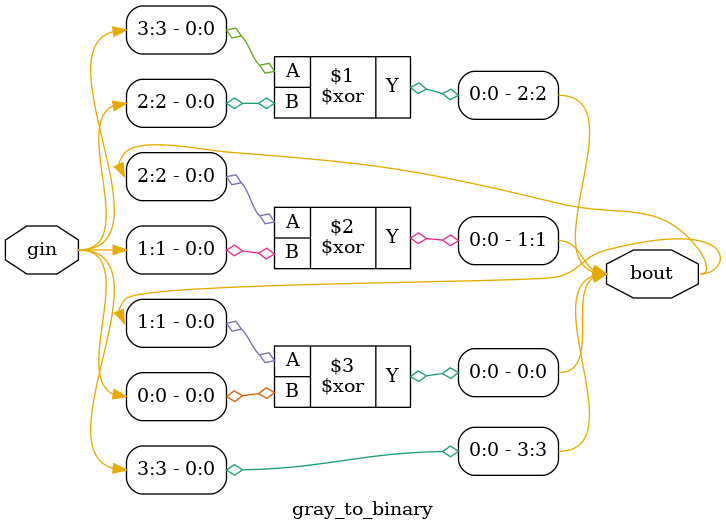
<source format=v>
module gray_to_binary(
input [3:0]gin,
output[3:0]bout);

assign bout[3]=gin[3];
assign bout[2]=bout[3]^gin[2];
assign bout[1]=bout[2]^gin[1];
assign bout[0]=bout[1]^gin[0];

endmodule

</source>
